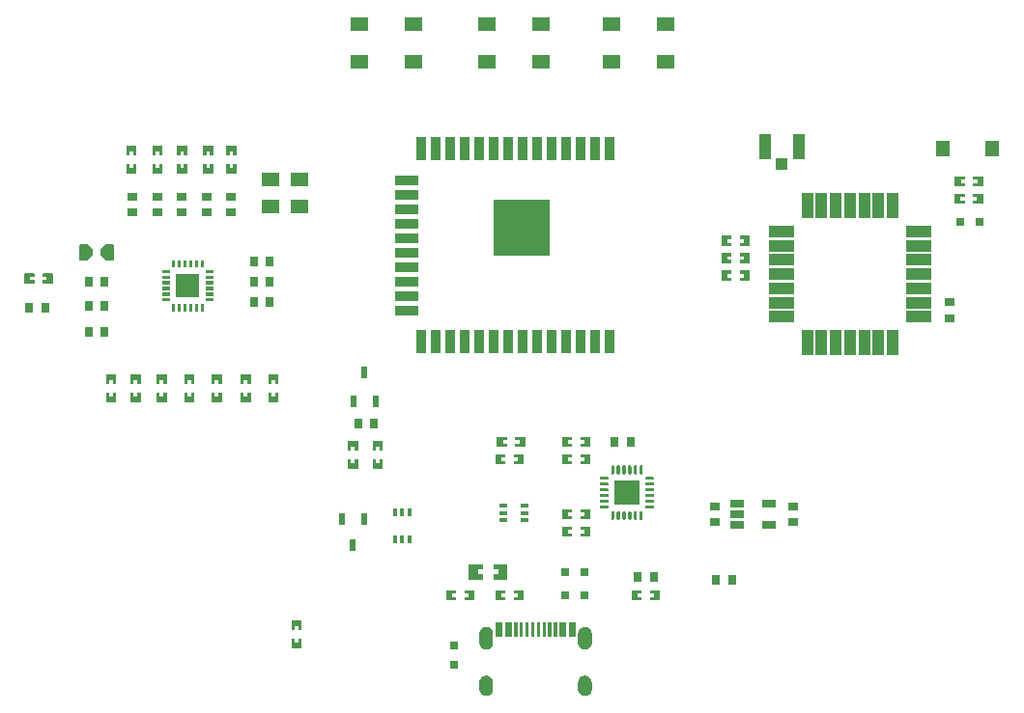
<source format=gtp>
G04 Layer: TopPasteMaskLayer*
G04 EasyEDA v6.5.23, 2023-05-28 22:20:17*
G04 a98212a221284062af17828272900665,7a5a352eff0f4c5696d858f44224924f,10*
G04 Gerber Generator version 0.2*
G04 Scale: 100 percent, Rotated: No, Reflected: No *
G04 Dimensions in millimeters *
G04 leading zeros omitted , absolute positions ,4 integer and 5 decimal *
%FSLAX45Y45*%
%MOMM*%

%AMMACRO1*21,1,$1,$2,0,0,$3*%
%ADD10R,0.8000X0.8000*%
%ADD11MACRO1,1.36X1.23X-90.0000*%
%ADD12R,1.2300X1.3600*%
%ADD13R,0.9000X0.8000*%
%ADD14R,1.0000X1.0500*%
%ADD15R,1.0500X2.2000*%
%ADD16R,2.3000X1.0000*%
%ADD17R,1.0000X2.3000*%
%ADD18R,0.8000X0.9000*%
%ADD19R,1.6000X1.2000*%
%ADD20R,0.5320X1.0450*%
%ADD21R,0.6000X1.0700*%
%ADD22MACRO1,0.6223X1.1049X-90.0000*%
%ADD23R,0.7000X0.4200*%
%ADD24R,0.4000X0.8000*%
%ADD25R,0.9000X2.0000*%
%ADD26R,2.0000X0.9000*%
%ADD27MACRO1,2X0.9X0.0000*%
%ADD28MACRO1,2X0.9X-90.0000*%
%ADD29R,5.0000X5.0000*%
%ADD30R,1.5000X1.2000*%
%ADD31R,0.0146X1.2000*%

%LPD*%
G36*
X9628022Y6039408D02*
G01*
X9622993Y6034379D01*
X9622993Y6011621D01*
X9659975Y6011621D01*
X9659975Y5978601D01*
X9622993Y5978601D01*
X9622993Y5954420D01*
X9628022Y5949391D01*
X9707981Y5949391D01*
X9713010Y5954420D01*
X9713010Y6034379D01*
X9707981Y6039408D01*
G37*
G36*
X9469018Y6039408D02*
G01*
X9463989Y6034379D01*
X9463989Y5954420D01*
X9469018Y5949391D01*
X9548012Y5949391D01*
X9552990Y5954420D01*
X9552990Y5978601D01*
X9514992Y5978601D01*
X9514992Y6011621D01*
X9552990Y6011621D01*
X9552990Y6034379D01*
X9548012Y6039408D01*
G37*
G36*
X6027318Y3118408D02*
G01*
X6022289Y3113379D01*
X6022289Y3033420D01*
X6027318Y3028391D01*
X6107277Y3028391D01*
X6112306Y3033420D01*
X6112306Y3056178D01*
X6075324Y3056178D01*
X6075324Y3089198D01*
X6112306Y3089198D01*
X6112306Y3113379D01*
X6107277Y3118408D01*
G37*
G36*
X6187287Y3118408D02*
G01*
X6182309Y3113379D01*
X6182309Y3089198D01*
X6220307Y3089198D01*
X6220307Y3056178D01*
X6182309Y3056178D01*
X6182309Y3033420D01*
X6187287Y3028391D01*
X6266281Y3028391D01*
X6271310Y3033420D01*
X6271310Y3113379D01*
X6266281Y3118408D01*
G37*
G36*
X6186322Y3270808D02*
G01*
X6181293Y3265779D01*
X6181293Y3243021D01*
X6218275Y3243021D01*
X6218275Y3210001D01*
X6181293Y3210001D01*
X6181293Y3185820D01*
X6186322Y3180791D01*
X6266281Y3180791D01*
X6271310Y3185820D01*
X6271310Y3265779D01*
X6266281Y3270808D01*
G37*
G36*
X6027318Y3270808D02*
G01*
X6022289Y3265779D01*
X6022289Y3185820D01*
X6027318Y3180791D01*
X6106312Y3180791D01*
X6111290Y3185820D01*
X6111290Y3210001D01*
X6073292Y3210001D01*
X6073292Y3243021D01*
X6111290Y3243021D01*
X6111290Y3265779D01*
X6106312Y3270808D01*
G37*
G36*
X9469018Y6191808D02*
G01*
X9463989Y6186779D01*
X9463989Y6106820D01*
X9469018Y6101791D01*
X9548977Y6101791D01*
X9554006Y6106820D01*
X9554006Y6129578D01*
X9517024Y6129578D01*
X9517024Y6162598D01*
X9554006Y6162598D01*
X9554006Y6186779D01*
X9548977Y6191808D01*
G37*
G36*
X9628987Y6191808D02*
G01*
X9624009Y6186779D01*
X9624009Y6162598D01*
X9662007Y6162598D01*
X9662007Y6129578D01*
X9624009Y6129578D01*
X9624009Y6106820D01*
X9628987Y6101791D01*
X9707981Y6101791D01*
X9713010Y6106820D01*
X9713010Y6186779D01*
X9707981Y6191808D01*
G37*
G36*
X7424318Y5366308D02*
G01*
X7419289Y5361279D01*
X7419289Y5281320D01*
X7424318Y5276291D01*
X7504277Y5276291D01*
X7509306Y5281320D01*
X7509306Y5304078D01*
X7472324Y5304078D01*
X7472324Y5337098D01*
X7509306Y5337098D01*
X7509306Y5361279D01*
X7504277Y5366308D01*
G37*
G36*
X7584287Y5366308D02*
G01*
X7579309Y5361279D01*
X7579309Y5337098D01*
X7617307Y5337098D01*
X7617307Y5304078D01*
X7579309Y5304078D01*
X7579309Y5281320D01*
X7584287Y5276291D01*
X7663281Y5276291D01*
X7668310Y5281320D01*
X7668310Y5361279D01*
X7663281Y5366308D01*
G37*
G36*
X7424318Y5671108D02*
G01*
X7419289Y5666079D01*
X7419289Y5586120D01*
X7424318Y5581091D01*
X7504277Y5581091D01*
X7509306Y5586120D01*
X7509306Y5608878D01*
X7472324Y5608878D01*
X7472324Y5641898D01*
X7509306Y5641898D01*
X7509306Y5666079D01*
X7504277Y5671108D01*
G37*
G36*
X7584287Y5671108D02*
G01*
X7579309Y5666079D01*
X7579309Y5641898D01*
X7617307Y5641898D01*
X7617307Y5608878D01*
X7579309Y5608878D01*
X7579309Y5586120D01*
X7584287Y5581091D01*
X7663281Y5581091D01*
X7668310Y5586120D01*
X7668310Y5666079D01*
X7663281Y5671108D01*
G37*
G36*
X7583322Y5518708D02*
G01*
X7578293Y5513679D01*
X7578293Y5490921D01*
X7615275Y5490921D01*
X7615275Y5457901D01*
X7578293Y5457901D01*
X7578293Y5433720D01*
X7583322Y5428691D01*
X7663281Y5428691D01*
X7668310Y5433720D01*
X7668310Y5513679D01*
X7663281Y5518708D01*
G37*
G36*
X7424318Y5518708D02*
G01*
X7419289Y5513679D01*
X7419289Y5433720D01*
X7424318Y5428691D01*
X7503312Y5428691D01*
X7508290Y5433720D01*
X7508290Y5457901D01*
X7470292Y5457901D01*
X7470292Y5490921D01*
X7508290Y5490921D01*
X7508290Y5513679D01*
X7503312Y5518708D01*
G37*
G36*
X5170322Y2559608D02*
G01*
X5165293Y2554579D01*
X5165293Y2531821D01*
X5202275Y2531821D01*
X5202275Y2498801D01*
X5165293Y2498801D01*
X5165293Y2474620D01*
X5170322Y2469591D01*
X5250281Y2469591D01*
X5255310Y2474620D01*
X5255310Y2554579D01*
X5250281Y2559608D01*
G37*
G36*
X5011318Y2559608D02*
G01*
X5006289Y2554579D01*
X5006289Y2474620D01*
X5011318Y2469591D01*
X5090312Y2469591D01*
X5095290Y2474620D01*
X5095290Y2498801D01*
X5057292Y2498801D01*
X5057292Y2531821D01*
X5095290Y2531821D01*
X5095290Y2554579D01*
X5090312Y2559608D01*
G37*
G36*
X2030120Y4455210D02*
G01*
X2025091Y4450181D01*
X2025091Y4370222D01*
X2030120Y4365193D01*
X2052878Y4365193D01*
X2052878Y4402226D01*
X2085898Y4402226D01*
X2085898Y4365193D01*
X2110079Y4365193D01*
X2115108Y4370222D01*
X2115108Y4450181D01*
X2110079Y4455210D01*
G37*
G36*
X2030120Y4295190D02*
G01*
X2025091Y4290212D01*
X2025091Y4211218D01*
X2030120Y4206189D01*
X2110079Y4206189D01*
X2115108Y4211218D01*
X2115108Y4290212D01*
X2110079Y4295190D01*
X2085898Y4295190D01*
X2085898Y4257192D01*
X2052878Y4257192D01*
X2052878Y4295190D01*
G37*
G36*
X3655720Y2137206D02*
G01*
X3650691Y2132177D01*
X3650691Y2052218D01*
X3655720Y2047189D01*
X3735679Y2047189D01*
X3740708Y2052218D01*
X3740708Y2132177D01*
X3735679Y2137206D01*
X3712921Y2137206D01*
X3712921Y2100173D01*
X3679901Y2100173D01*
X3679901Y2137206D01*
G37*
G36*
X3655720Y2296210D02*
G01*
X3650691Y2291181D01*
X3650691Y2212187D01*
X3655720Y2207209D01*
X3679901Y2207209D01*
X3679901Y2245207D01*
X3712921Y2245207D01*
X3712921Y2207209D01*
X3735679Y2207209D01*
X3740708Y2212187D01*
X3740708Y2291181D01*
X3735679Y2296210D01*
G37*
G36*
X6027318Y3753408D02*
G01*
X6022289Y3748379D01*
X6022289Y3668420D01*
X6027318Y3663391D01*
X6107277Y3663391D01*
X6112306Y3668420D01*
X6112306Y3691178D01*
X6075324Y3691178D01*
X6075324Y3724198D01*
X6112306Y3724198D01*
X6112306Y3748379D01*
X6107277Y3753408D01*
G37*
G36*
X6187287Y3753408D02*
G01*
X6182309Y3748379D01*
X6182309Y3724198D01*
X6220307Y3724198D01*
X6220307Y3691178D01*
X6182309Y3691178D01*
X6182309Y3668420D01*
X6187287Y3663391D01*
X6266281Y3663391D01*
X6271310Y3668420D01*
X6271310Y3748379D01*
X6266281Y3753408D01*
G37*
G36*
X6027318Y3905808D02*
G01*
X6022289Y3900779D01*
X6022289Y3820820D01*
X6027318Y3815791D01*
X6107277Y3815791D01*
X6112306Y3820820D01*
X6112306Y3843578D01*
X6075324Y3843578D01*
X6075324Y3876598D01*
X6112306Y3876598D01*
X6112306Y3900779D01*
X6107277Y3905808D01*
G37*
G36*
X6187287Y3905808D02*
G01*
X6182309Y3900779D01*
X6182309Y3876598D01*
X6220307Y3876598D01*
X6220307Y3843578D01*
X6182309Y3843578D01*
X6182309Y3820820D01*
X6187287Y3815791D01*
X6266281Y3815791D01*
X6271310Y3820820D01*
X6271310Y3900779D01*
X6266281Y3905808D01*
G37*
G36*
X5443118Y3753408D02*
G01*
X5438089Y3748379D01*
X5438089Y3668420D01*
X5443118Y3663391D01*
X5523077Y3663391D01*
X5528106Y3668420D01*
X5528106Y3691178D01*
X5491124Y3691178D01*
X5491124Y3724198D01*
X5528106Y3724198D01*
X5528106Y3748379D01*
X5523077Y3753408D01*
G37*
G36*
X5603087Y3753408D02*
G01*
X5598109Y3748379D01*
X5598109Y3724198D01*
X5636107Y3724198D01*
X5636107Y3691178D01*
X5598109Y3691178D01*
X5598109Y3668420D01*
X5603087Y3663391D01*
X5682081Y3663391D01*
X5687110Y3668420D01*
X5687110Y3748379D01*
X5682081Y3753408D01*
G37*
G36*
X5455818Y3905808D02*
G01*
X5450789Y3900779D01*
X5450789Y3820820D01*
X5455818Y3815791D01*
X5535777Y3815791D01*
X5540806Y3820820D01*
X5540806Y3843578D01*
X5503824Y3843578D01*
X5503824Y3876598D01*
X5540806Y3876598D01*
X5540806Y3900779D01*
X5535777Y3905808D01*
G37*
G36*
X5615787Y3905808D02*
G01*
X5610809Y3900779D01*
X5610809Y3876598D01*
X5648807Y3876598D01*
X5648807Y3843578D01*
X5610809Y3843578D01*
X5610809Y3820820D01*
X5615787Y3815791D01*
X5694781Y3815791D01*
X5699810Y3820820D01*
X5699810Y3900779D01*
X5694781Y3905808D01*
G37*
G36*
X4151020Y3871010D02*
G01*
X4145991Y3865981D01*
X4145991Y3786022D01*
X4151020Y3780993D01*
X4173778Y3780993D01*
X4173778Y3818026D01*
X4206798Y3818026D01*
X4206798Y3780993D01*
X4230979Y3780993D01*
X4236008Y3786022D01*
X4236008Y3865981D01*
X4230979Y3871010D01*
G37*
G36*
X4151020Y3710990D02*
G01*
X4145991Y3706012D01*
X4145991Y3627018D01*
X4151020Y3621989D01*
X4230979Y3621989D01*
X4236008Y3627018D01*
X4236008Y3706012D01*
X4230979Y3710990D01*
X4206798Y3710990D01*
X4206798Y3672992D01*
X4173778Y3672992D01*
X4173778Y3710990D01*
G37*
G36*
X4366920Y3871010D02*
G01*
X4361891Y3865981D01*
X4361891Y3786022D01*
X4366920Y3780993D01*
X4389678Y3780993D01*
X4389678Y3818026D01*
X4422698Y3818026D01*
X4422698Y3780993D01*
X4446879Y3780993D01*
X4451908Y3786022D01*
X4451908Y3865981D01*
X4446879Y3871010D01*
G37*
G36*
X4366920Y3710990D02*
G01*
X4361891Y3706012D01*
X4361891Y3627018D01*
X4366920Y3621989D01*
X4446879Y3621989D01*
X4451908Y3627018D01*
X4451908Y3706012D01*
X4446879Y3710990D01*
X4422698Y3710990D01*
X4422698Y3672992D01*
X4389678Y3672992D01*
X4389678Y3710990D01*
G37*
G36*
X3452520Y4296206D02*
G01*
X3447491Y4291177D01*
X3447491Y4211218D01*
X3452520Y4206189D01*
X3532479Y4206189D01*
X3537508Y4211218D01*
X3537508Y4291177D01*
X3532479Y4296206D01*
X3509721Y4296206D01*
X3509721Y4259173D01*
X3476701Y4259173D01*
X3476701Y4296206D01*
G37*
G36*
X3452520Y4455210D02*
G01*
X3447491Y4450181D01*
X3447491Y4371187D01*
X3452520Y4366209D01*
X3476701Y4366209D01*
X3476701Y4404207D01*
X3509721Y4404207D01*
X3509721Y4366209D01*
X3532479Y4366209D01*
X3537508Y4371187D01*
X3537508Y4450181D01*
X3532479Y4455210D01*
G37*
G36*
X3084220Y6302806D02*
G01*
X3079191Y6297777D01*
X3079191Y6217818D01*
X3084220Y6212789D01*
X3164179Y6212789D01*
X3169208Y6217818D01*
X3169208Y6297777D01*
X3164179Y6302806D01*
X3141421Y6302806D01*
X3141421Y6265773D01*
X3108401Y6265773D01*
X3108401Y6302806D01*
G37*
G36*
X3084220Y6461810D02*
G01*
X3079191Y6456781D01*
X3079191Y6377787D01*
X3084220Y6372809D01*
X3108401Y6372809D01*
X3108401Y6410807D01*
X3141421Y6410807D01*
X3141421Y6372809D01*
X3164179Y6372809D01*
X3169208Y6377787D01*
X3169208Y6456781D01*
X3164179Y6461810D01*
G37*
G36*
X2881020Y6302806D02*
G01*
X2875991Y6297777D01*
X2875991Y6217818D01*
X2881020Y6212789D01*
X2960979Y6212789D01*
X2966008Y6217818D01*
X2966008Y6297777D01*
X2960979Y6302806D01*
X2938221Y6302806D01*
X2938221Y6265773D01*
X2905201Y6265773D01*
X2905201Y6302806D01*
G37*
G36*
X2881020Y6461810D02*
G01*
X2875991Y6456781D01*
X2875991Y6377787D01*
X2881020Y6372809D01*
X2905201Y6372809D01*
X2905201Y6410807D01*
X2938221Y6410807D01*
X2938221Y6372809D01*
X2960979Y6372809D01*
X2966008Y6377787D01*
X2966008Y6456781D01*
X2960979Y6461810D01*
G37*
G36*
X2652420Y6302806D02*
G01*
X2647391Y6297777D01*
X2647391Y6217818D01*
X2652420Y6212789D01*
X2732379Y6212789D01*
X2737408Y6217818D01*
X2737408Y6297777D01*
X2732379Y6302806D01*
X2709621Y6302806D01*
X2709621Y6265773D01*
X2676601Y6265773D01*
X2676601Y6302806D01*
G37*
G36*
X2652420Y6461810D02*
G01*
X2647391Y6456781D01*
X2647391Y6377787D01*
X2652420Y6372809D01*
X2676601Y6372809D01*
X2676601Y6410807D01*
X2709621Y6410807D01*
X2709621Y6372809D01*
X2732379Y6372809D01*
X2737408Y6377787D01*
X2737408Y6456781D01*
X2732379Y6461810D01*
G37*
G36*
X2207920Y6302806D02*
G01*
X2202891Y6297777D01*
X2202891Y6217818D01*
X2207920Y6212789D01*
X2287879Y6212789D01*
X2292908Y6217818D01*
X2292908Y6297777D01*
X2287879Y6302806D01*
X2265121Y6302806D01*
X2265121Y6265773D01*
X2232101Y6265773D01*
X2232101Y6302806D01*
G37*
G36*
X2207920Y6461810D02*
G01*
X2202891Y6456781D01*
X2202891Y6377787D01*
X2207920Y6372809D01*
X2232101Y6372809D01*
X2232101Y6410807D01*
X2265121Y6410807D01*
X2265121Y6372809D01*
X2287879Y6372809D01*
X2292908Y6377787D01*
X2292908Y6456781D01*
X2287879Y6461810D01*
G37*
G36*
X2436520Y6302806D02*
G01*
X2431491Y6297777D01*
X2431491Y6217818D01*
X2436520Y6212789D01*
X2516479Y6212789D01*
X2521508Y6217818D01*
X2521508Y6297777D01*
X2516479Y6302806D01*
X2493721Y6302806D01*
X2493721Y6265773D01*
X2460701Y6265773D01*
X2460701Y6302806D01*
G37*
G36*
X2436520Y6461810D02*
G01*
X2431491Y6456781D01*
X2431491Y6377787D01*
X2436520Y6372809D01*
X2460701Y6372809D01*
X2460701Y6410807D01*
X2493721Y6410807D01*
X2493721Y6372809D01*
X2516479Y6372809D01*
X2521508Y6377787D01*
X2521508Y6456781D01*
X2516479Y6461810D01*
G37*
G36*
X1474622Y5340908D02*
G01*
X1469593Y5335879D01*
X1469593Y5313121D01*
X1506626Y5313121D01*
X1506626Y5280101D01*
X1469593Y5280101D01*
X1469593Y5255920D01*
X1474622Y5250891D01*
X1554581Y5250891D01*
X1559610Y5255920D01*
X1559610Y5335879D01*
X1554581Y5340908D01*
G37*
G36*
X1315618Y5340908D02*
G01*
X1310589Y5335879D01*
X1310589Y5255920D01*
X1315618Y5250891D01*
X1394612Y5250891D01*
X1399590Y5255920D01*
X1399590Y5280101D01*
X1361592Y5280101D01*
X1361592Y5313121D01*
X1399590Y5313121D01*
X1399590Y5335879D01*
X1394612Y5340908D01*
G37*
G36*
X2715920Y4455210D02*
G01*
X2710891Y4450181D01*
X2710891Y4370222D01*
X2715920Y4365193D01*
X2738678Y4365193D01*
X2738678Y4402226D01*
X2771698Y4402226D01*
X2771698Y4365193D01*
X2795879Y4365193D01*
X2800908Y4370222D01*
X2800908Y4450181D01*
X2795879Y4455210D01*
G37*
G36*
X2715920Y4295190D02*
G01*
X2710891Y4290212D01*
X2710891Y4211218D01*
X2715920Y4206189D01*
X2795879Y4206189D01*
X2800908Y4211218D01*
X2800908Y4290212D01*
X2795879Y4295190D01*
X2771698Y4295190D01*
X2771698Y4257192D01*
X2738678Y4257192D01*
X2738678Y4295190D01*
G37*
G36*
X2957220Y4455210D02*
G01*
X2952191Y4450181D01*
X2952191Y4370222D01*
X2957220Y4365193D01*
X2979978Y4365193D01*
X2979978Y4402226D01*
X3012998Y4402226D01*
X3012998Y4365193D01*
X3037179Y4365193D01*
X3042208Y4370222D01*
X3042208Y4450181D01*
X3037179Y4455210D01*
G37*
G36*
X2957220Y4295190D02*
G01*
X2952191Y4290212D01*
X2952191Y4211218D01*
X2957220Y4206189D01*
X3037179Y4206189D01*
X3042208Y4211218D01*
X3042208Y4290212D01*
X3037179Y4295190D01*
X3012998Y4295190D01*
X3012998Y4257192D01*
X2979978Y4257192D01*
X2979978Y4295190D01*
G37*
G36*
X2246020Y4455210D02*
G01*
X2240991Y4450181D01*
X2240991Y4370222D01*
X2246020Y4365193D01*
X2268778Y4365193D01*
X2268778Y4402226D01*
X2301798Y4402226D01*
X2301798Y4365193D01*
X2325979Y4365193D01*
X2331008Y4370222D01*
X2331008Y4450181D01*
X2325979Y4455210D01*
G37*
G36*
X2246020Y4295190D02*
G01*
X2240991Y4290212D01*
X2240991Y4211218D01*
X2246020Y4206189D01*
X2325979Y4206189D01*
X2331008Y4211218D01*
X2331008Y4290212D01*
X2325979Y4295190D01*
X2301798Y4295190D01*
X2301798Y4257192D01*
X2268778Y4257192D01*
X2268778Y4295190D01*
G37*
G36*
X5443118Y2559608D02*
G01*
X5438089Y2554579D01*
X5438089Y2474620D01*
X5443118Y2469591D01*
X5523077Y2469591D01*
X5528106Y2474620D01*
X5528106Y2497378D01*
X5491124Y2497378D01*
X5491124Y2530398D01*
X5528106Y2530398D01*
X5528106Y2554579D01*
X5523077Y2559608D01*
G37*
G36*
X5603087Y2559608D02*
G01*
X5598109Y2554579D01*
X5598109Y2530398D01*
X5636107Y2530398D01*
X5636107Y2497378D01*
X5598109Y2497378D01*
X5598109Y2474620D01*
X5603087Y2469591D01*
X5682081Y2469591D01*
X5687110Y2474620D01*
X5687110Y2554579D01*
X5682081Y2559608D01*
G37*
G36*
X6636918Y2559608D02*
G01*
X6631889Y2554579D01*
X6631889Y2474620D01*
X6636918Y2469591D01*
X6716877Y2469591D01*
X6721906Y2474620D01*
X6721906Y2497378D01*
X6684924Y2497378D01*
X6684924Y2530398D01*
X6721906Y2530398D01*
X6721906Y2554579D01*
X6716877Y2559608D01*
G37*
G36*
X6796887Y2559608D02*
G01*
X6791909Y2554579D01*
X6791909Y2530398D01*
X6829907Y2530398D01*
X6829907Y2497378D01*
X6791909Y2497378D01*
X6791909Y2474620D01*
X6796887Y2469591D01*
X6875881Y2469591D01*
X6880910Y2474620D01*
X6880910Y2554579D01*
X6875881Y2559608D01*
G37*
G36*
X2474620Y4455210D02*
G01*
X2469591Y4450181D01*
X2469591Y4370222D01*
X2474620Y4365193D01*
X2497378Y4365193D01*
X2497378Y4402226D01*
X2530398Y4402226D01*
X2530398Y4365193D01*
X2554579Y4365193D01*
X2559608Y4370222D01*
X2559608Y4450181D01*
X2554579Y4455210D01*
G37*
G36*
X2474620Y4295190D02*
G01*
X2469591Y4290212D01*
X2469591Y4211218D01*
X2474620Y4206189D01*
X2554579Y4206189D01*
X2559608Y4211218D01*
X2559608Y4290212D01*
X2554579Y4295190D01*
X2530398Y4295190D01*
X2530398Y4257192D01*
X2497378Y4257192D01*
X2497378Y4295190D01*
G37*
G36*
X3211220Y4455210D02*
G01*
X3206191Y4450181D01*
X3206191Y4370222D01*
X3211220Y4365193D01*
X3233978Y4365193D01*
X3233978Y4402226D01*
X3266998Y4402226D01*
X3266998Y4365193D01*
X3291179Y4365193D01*
X3296208Y4370222D01*
X3296208Y4450181D01*
X3291179Y4455210D01*
G37*
G36*
X3211220Y4295190D02*
G01*
X3206191Y4290212D01*
X3206191Y4211218D01*
X3211220Y4206189D01*
X3291179Y4206189D01*
X3296208Y4211218D01*
X3296208Y4290212D01*
X3291179Y4295190D01*
X3266998Y4295190D01*
X3266998Y4257192D01*
X3233978Y4257192D01*
X3233978Y4295190D01*
G37*
G36*
X6081166Y2280970D02*
G01*
X6081166Y2150973D01*
X6141161Y2150973D01*
X6141161Y2280970D01*
G37*
G36*
X5701182Y2280970D02*
G01*
X5701182Y2150973D01*
X5731154Y2150973D01*
X5731154Y2280970D01*
G37*
G36*
X5441188Y2280970D02*
G01*
X5441188Y2150973D01*
X5501182Y2150973D01*
X5501182Y2280970D01*
G37*
G36*
X5801156Y2280970D02*
G01*
X5801156Y2150973D01*
X5831179Y2150973D01*
X5831179Y2280970D01*
G37*
G36*
X5951169Y2280970D02*
G01*
X5951169Y2150973D01*
X5981192Y2150973D01*
X5981192Y2280970D01*
G37*
G36*
X5651195Y2280970D02*
G01*
X5651195Y2150973D01*
X5681167Y2150973D01*
X5681167Y2280970D01*
G37*
G36*
X5901131Y2280970D02*
G01*
X5901131Y2150973D01*
X5931154Y2150973D01*
X5931154Y2280970D01*
G37*
G36*
X5851194Y2280970D02*
G01*
X5851194Y2150973D01*
X5881166Y2150973D01*
X5881166Y2280970D01*
G37*
G36*
X5601157Y2280970D02*
G01*
X5601157Y2150973D01*
X5631180Y2150973D01*
X5631180Y2280970D01*
G37*
G36*
X5751169Y2280970D02*
G01*
X5751169Y2150973D01*
X5781192Y2150973D01*
X5781192Y2280970D01*
G37*
G36*
X5521198Y2280970D02*
G01*
X5521198Y2150973D01*
X5581192Y2150973D01*
X5581192Y2280970D01*
G37*
G36*
X5357164Y2239111D02*
G01*
X5351221Y2238654D01*
X5345328Y2237638D01*
X5339537Y2236012D01*
X5334000Y2233828D01*
X5328666Y2231085D01*
X5323636Y2227834D01*
X5318963Y2224125D01*
X5314696Y2219960D01*
X5310835Y2215388D01*
X5307482Y2210409D01*
X5304586Y2205177D01*
X5302300Y2199640D01*
X5300522Y2193950D01*
X5299354Y2188057D01*
X5298744Y2182114D01*
X5298643Y2099157D01*
X5298948Y2093163D01*
X5299862Y2087270D01*
X5301335Y2081428D01*
X5303367Y2075840D01*
X5305958Y2070455D01*
X5309108Y2065324D01*
X5312714Y2060549D01*
X5316778Y2056180D01*
X5321249Y2052218D01*
X5326126Y2048713D01*
X5331307Y2045766D01*
X5336743Y2043277D01*
X5342432Y2041398D01*
X5348224Y2040026D01*
X5354167Y2039315D01*
X5360162Y2039162D01*
X5366105Y2039620D01*
X5371998Y2040636D01*
X5377789Y2042261D01*
X5383326Y2044446D01*
X5388660Y2047189D01*
X5393690Y2050440D01*
X5398363Y2054148D01*
X5402630Y2058314D01*
X5406491Y2062886D01*
X5409844Y2067864D01*
X5412740Y2073097D01*
X5415026Y2078634D01*
X5416804Y2084324D01*
X5417972Y2090216D01*
X5418582Y2096160D01*
X5418683Y2179116D01*
X5418378Y2185111D01*
X5417464Y2191004D01*
X5415991Y2196846D01*
X5413959Y2202434D01*
X5411368Y2207818D01*
X5408218Y2212949D01*
X5404612Y2217724D01*
X5400548Y2222093D01*
X5396077Y2226056D01*
X5391200Y2229561D01*
X5386019Y2232507D01*
X5380583Y2234996D01*
X5374894Y2236876D01*
X5369102Y2238248D01*
X5363159Y2238959D01*
G37*
G36*
X6222187Y2239111D02*
G01*
X6216243Y2238654D01*
X6210350Y2237638D01*
X6204559Y2236012D01*
X6199022Y2233828D01*
X6193688Y2231085D01*
X6188659Y2227834D01*
X6183985Y2224125D01*
X6179718Y2219960D01*
X6175857Y2215388D01*
X6172504Y2210409D01*
X6169609Y2205177D01*
X6167323Y2199640D01*
X6165545Y2193950D01*
X6164376Y2188057D01*
X6163767Y2182114D01*
X6163665Y2099157D01*
X6163970Y2093163D01*
X6164884Y2087270D01*
X6166358Y2081428D01*
X6168390Y2075840D01*
X6170980Y2070455D01*
X6174130Y2065324D01*
X6177737Y2060549D01*
X6181801Y2056180D01*
X6186271Y2052218D01*
X6191148Y2048713D01*
X6196330Y2045766D01*
X6201765Y2043277D01*
X6207455Y2041398D01*
X6213246Y2040026D01*
X6219190Y2039315D01*
X6225184Y2039162D01*
X6231128Y2039620D01*
X6237020Y2040636D01*
X6242812Y2042261D01*
X6248349Y2044446D01*
X6253683Y2047189D01*
X6258712Y2050440D01*
X6263386Y2054148D01*
X6267653Y2058314D01*
X6271514Y2062886D01*
X6274866Y2067864D01*
X6277762Y2073097D01*
X6280048Y2078634D01*
X6281826Y2084324D01*
X6282994Y2090216D01*
X6283604Y2096160D01*
X6283706Y2179116D01*
X6283401Y2185111D01*
X6282486Y2191004D01*
X6281013Y2196846D01*
X6278981Y2202434D01*
X6276390Y2207818D01*
X6273241Y2212949D01*
X6269634Y2217724D01*
X6265570Y2222093D01*
X6261100Y2226056D01*
X6256223Y2229561D01*
X6251041Y2232507D01*
X6245606Y2234996D01*
X6239916Y2236876D01*
X6234125Y2238248D01*
X6228181Y2238959D01*
G37*
G36*
X5357164Y1811121D02*
G01*
X5351221Y1810664D01*
X5345328Y1809648D01*
X5339537Y1808022D01*
X5334000Y1805838D01*
X5328666Y1803095D01*
X5323636Y1799843D01*
X5318963Y1796135D01*
X5314696Y1791970D01*
X5310835Y1787398D01*
X5307482Y1782419D01*
X5304586Y1777187D01*
X5302300Y1771650D01*
X5300522Y1765960D01*
X5299354Y1760067D01*
X5298744Y1754124D01*
X5298643Y1691132D01*
X5298948Y1685188D01*
X5299862Y1679244D01*
X5301335Y1673453D01*
X5303367Y1667865D01*
X5305958Y1662430D01*
X5309108Y1657350D01*
X5312714Y1652574D01*
X5316778Y1648206D01*
X5321249Y1644243D01*
X5326126Y1640738D01*
X5331307Y1637741D01*
X5336743Y1635302D01*
X5342432Y1633372D01*
X5348224Y1632051D01*
X5354167Y1631289D01*
X5360162Y1631188D01*
X5366105Y1631594D01*
X5371998Y1632661D01*
X5377789Y1634286D01*
X5383326Y1636471D01*
X5388660Y1639163D01*
X5393690Y1642414D01*
X5398363Y1646174D01*
X5402630Y1650339D01*
X5406491Y1654911D01*
X5409844Y1659839D01*
X5412740Y1665122D01*
X5415026Y1670608D01*
X5416804Y1676349D01*
X5417972Y1682191D01*
X5418582Y1688134D01*
X5418683Y1751126D01*
X5418378Y1757121D01*
X5417464Y1763014D01*
X5415991Y1768856D01*
X5413959Y1774443D01*
X5411368Y1779828D01*
X5408218Y1784959D01*
X5404612Y1789734D01*
X5400548Y1794103D01*
X5396077Y1798066D01*
X5391200Y1801571D01*
X5386019Y1804517D01*
X5380583Y1807006D01*
X5374894Y1808886D01*
X5369102Y1810257D01*
X5363159Y1810969D01*
G37*
G36*
X6222187Y1811121D02*
G01*
X6216243Y1810664D01*
X6210350Y1809648D01*
X6204559Y1808022D01*
X6199022Y1805838D01*
X6193688Y1803095D01*
X6188659Y1799843D01*
X6183985Y1796135D01*
X6179718Y1791970D01*
X6175857Y1787398D01*
X6172504Y1782419D01*
X6169609Y1777187D01*
X6167323Y1771650D01*
X6165545Y1765960D01*
X6164376Y1760067D01*
X6163767Y1754124D01*
X6163665Y1691132D01*
X6163970Y1685188D01*
X6164884Y1679244D01*
X6166358Y1673453D01*
X6168390Y1667865D01*
X6170980Y1662430D01*
X6174130Y1657350D01*
X6177737Y1652574D01*
X6181801Y1648206D01*
X6186271Y1644243D01*
X6191148Y1640738D01*
X6196330Y1637741D01*
X6201765Y1635302D01*
X6207455Y1633372D01*
X6213246Y1632051D01*
X6219190Y1631289D01*
X6225184Y1631188D01*
X6231128Y1631594D01*
X6237020Y1632661D01*
X6242812Y1634286D01*
X6248349Y1636471D01*
X6253683Y1639163D01*
X6258712Y1642414D01*
X6263386Y1646174D01*
X6267653Y1650339D01*
X6271514Y1654911D01*
X6274866Y1659839D01*
X6277762Y1665122D01*
X6280048Y1670608D01*
X6281826Y1676349D01*
X6282994Y1682191D01*
X6283604Y1688134D01*
X6283706Y1751126D01*
X6283401Y1757121D01*
X6282486Y1763014D01*
X6281013Y1768856D01*
X6278981Y1774443D01*
X6276390Y1779828D01*
X6273241Y1784959D01*
X6269634Y1789734D01*
X6265570Y1794103D01*
X6261100Y1798066D01*
X6256223Y1801571D01*
X6251041Y1804517D01*
X6245606Y1807006D01*
X6239916Y1808886D01*
X6234125Y1810257D01*
X6228181Y1810969D01*
G37*
G36*
X6001207Y2280970D02*
G01*
X6001207Y2150973D01*
X6061202Y2150973D01*
X6061202Y2280970D01*
G37*
G36*
X2017623Y5593334D02*
G01*
X1979117Y5546547D01*
X1979117Y5502452D01*
X2017623Y5455666D01*
X2086356Y5455666D01*
X2096363Y5465673D01*
X2096363Y5583326D01*
X2086356Y5593334D01*
G37*
G36*
X1799843Y5593334D02*
G01*
X1789836Y5583326D01*
X1789836Y5465673D01*
X1799843Y5455666D01*
X1868576Y5455666D01*
X1907082Y5502452D01*
X1907082Y5546547D01*
X1868576Y5593334D01*
G37*
G36*
X2854198Y5074920D02*
G01*
X2854198Y5008422D01*
X2882188Y5008422D01*
X2882188Y5074920D01*
G37*
G36*
X2804210Y5074920D02*
G01*
X2804210Y5008422D01*
X2832201Y5008422D01*
X2832201Y5074920D01*
G37*
G36*
X2754223Y5074920D02*
G01*
X2754223Y5008422D01*
X2782214Y5008422D01*
X2782214Y5074920D01*
G37*
G36*
X2704185Y5074920D02*
G01*
X2704185Y5008422D01*
X2732176Y5008422D01*
X2732176Y5074920D01*
G37*
G36*
X2654198Y5074920D02*
G01*
X2654198Y5008422D01*
X2682189Y5008422D01*
X2682189Y5074920D01*
G37*
G36*
X2604211Y5074920D02*
G01*
X2604211Y5008422D01*
X2632202Y5008422D01*
X2632202Y5074920D01*
G37*
G36*
X2519222Y5121402D02*
G01*
X2519222Y5093411D01*
X2585720Y5093411D01*
X2585720Y5121402D01*
G37*
G36*
X2519222Y5171389D02*
G01*
X2519222Y5143398D01*
X2585720Y5143398D01*
X2585720Y5171389D01*
G37*
G36*
X2519222Y5221376D02*
G01*
X2519222Y5193385D01*
X2585720Y5193385D01*
X2585720Y5221376D01*
G37*
G36*
X2519222Y5271414D02*
G01*
X2519222Y5243423D01*
X2585720Y5243423D01*
X2585720Y5271414D01*
G37*
G36*
X2519222Y5321401D02*
G01*
X2519222Y5293410D01*
X2585720Y5293410D01*
X2585720Y5321401D01*
G37*
G36*
X2519222Y5371388D02*
G01*
X2519222Y5343398D01*
X2585720Y5343398D01*
X2585720Y5371388D01*
G37*
G36*
X2604211Y5456377D02*
G01*
X2604211Y5389880D01*
X2632202Y5389880D01*
X2632202Y5456377D01*
G37*
G36*
X2654198Y5456377D02*
G01*
X2654198Y5389880D01*
X2682189Y5389880D01*
X2682189Y5456377D01*
G37*
G36*
X2704185Y5456377D02*
G01*
X2704185Y5389880D01*
X2732176Y5389880D01*
X2732176Y5456377D01*
G37*
G36*
X2754223Y5456377D02*
G01*
X2754223Y5389880D01*
X2782214Y5389880D01*
X2782214Y5456377D01*
G37*
G36*
X2804210Y5456377D02*
G01*
X2804210Y5389880D01*
X2832201Y5389880D01*
X2832201Y5456377D01*
G37*
G36*
X2854198Y5456377D02*
G01*
X2854198Y5389880D01*
X2882188Y5389880D01*
X2882188Y5456377D01*
G37*
G36*
X2900680Y5371388D02*
G01*
X2900680Y5343398D01*
X2967177Y5343398D01*
X2967177Y5371388D01*
G37*
G36*
X2900680Y5321401D02*
G01*
X2900680Y5293410D01*
X2967177Y5293410D01*
X2967177Y5321401D01*
G37*
G36*
X2900680Y5271414D02*
G01*
X2900680Y5243423D01*
X2967177Y5243423D01*
X2967177Y5271414D01*
G37*
G36*
X2900680Y5221376D02*
G01*
X2900680Y5193385D01*
X2967177Y5193385D01*
X2967177Y5221376D01*
G37*
G36*
X2900680Y5171389D02*
G01*
X2900680Y5143398D01*
X2967177Y5143398D01*
X2967177Y5171389D01*
G37*
G36*
X2900680Y5121402D02*
G01*
X2900680Y5093411D01*
X2967177Y5093411D01*
X2967177Y5121402D01*
G37*
G36*
X2641193Y5334406D02*
G01*
X2641193Y5130393D01*
X2845206Y5130393D01*
X2845206Y5334406D01*
G37*
G36*
X6365290Y3305301D02*
G01*
X6361938Y3304895D01*
X6358788Y3303727D01*
X6355994Y3301796D01*
X6353759Y3299256D01*
X6352235Y3296259D01*
X6351422Y3293008D01*
X6351422Y3289604D01*
X6352235Y3286353D01*
X6353759Y3283356D01*
X6355994Y3280816D01*
X6358788Y3278886D01*
X6361938Y3277717D01*
X6365290Y3277311D01*
X6418986Y3277412D01*
X6422288Y3278225D01*
X6423812Y3278886D01*
X6426606Y3280816D01*
X6428841Y3283356D01*
X6430365Y3286353D01*
X6431178Y3289604D01*
X6431178Y3293008D01*
X6430365Y3296259D01*
X6428841Y3299256D01*
X6426606Y3301796D01*
X6423812Y3303727D01*
X6420662Y3304895D01*
X6417310Y3305301D01*
G37*
G36*
X6365290Y3355289D02*
G01*
X6361938Y3354882D01*
X6358788Y3353714D01*
X6355994Y3351784D01*
X6353759Y3349244D01*
X6352235Y3346246D01*
X6351422Y3342995D01*
X6351422Y3339592D01*
X6352235Y3336340D01*
X6353759Y3333343D01*
X6355994Y3330803D01*
X6358788Y3328873D01*
X6361938Y3327704D01*
X6365290Y3327298D01*
X6418986Y3327400D01*
X6422288Y3328212D01*
X6423812Y3328873D01*
X6426606Y3330803D01*
X6428841Y3333343D01*
X6430365Y3336340D01*
X6431178Y3339592D01*
X6431178Y3342995D01*
X6430365Y3346246D01*
X6428841Y3349244D01*
X6426606Y3351784D01*
X6423812Y3353714D01*
X6420662Y3354882D01*
X6417310Y3355289D01*
G37*
G36*
X6365290Y3405327D02*
G01*
X6361938Y3404920D01*
X6358788Y3403701D01*
X6355994Y3401771D01*
X6353759Y3399282D01*
X6352235Y3396284D01*
X6351422Y3392982D01*
X6351422Y3389629D01*
X6352235Y3386328D01*
X6353759Y3383330D01*
X6355994Y3380841D01*
X6358788Y3378911D01*
X6361938Y3377692D01*
X6365290Y3377285D01*
X6418986Y3377387D01*
X6422288Y3378200D01*
X6425234Y3379774D01*
X6427774Y3382010D01*
X6429705Y3384804D01*
X6430873Y3387953D01*
X6431280Y3391306D01*
X6430873Y3394659D01*
X6429705Y3397808D01*
X6427774Y3400602D01*
X6425234Y3402837D01*
X6422288Y3404412D01*
X6418986Y3405225D01*
G37*
G36*
X6365290Y3455314D02*
G01*
X6361938Y3454908D01*
X6358788Y3453688D01*
X6355994Y3451758D01*
X6353759Y3449269D01*
X6352235Y3446272D01*
X6351422Y3442970D01*
X6351422Y3439617D01*
X6352235Y3436315D01*
X6353759Y3433318D01*
X6355994Y3430828D01*
X6358788Y3428898D01*
X6361938Y3427679D01*
X6365290Y3427272D01*
X6418986Y3427374D01*
X6422288Y3428187D01*
X6425234Y3429762D01*
X6427774Y3431997D01*
X6429705Y3434791D01*
X6430873Y3437940D01*
X6431280Y3441293D01*
X6430873Y3444646D01*
X6429705Y3447796D01*
X6427774Y3450590D01*
X6425234Y3452825D01*
X6422288Y3454400D01*
X6418986Y3455212D01*
G37*
G36*
X6365290Y3505301D02*
G01*
X6361938Y3504895D01*
X6358788Y3503726D01*
X6355994Y3501796D01*
X6353759Y3499256D01*
X6352235Y3496259D01*
X6351422Y3493008D01*
X6351422Y3489604D01*
X6352235Y3486353D01*
X6353759Y3483356D01*
X6355994Y3480815D01*
X6358788Y3478885D01*
X6361938Y3477717D01*
X6365290Y3477310D01*
X6418986Y3477412D01*
X6422288Y3478225D01*
X6423812Y3478885D01*
X6426606Y3480815D01*
X6428841Y3483356D01*
X6430365Y3486353D01*
X6431178Y3489604D01*
X6431178Y3493008D01*
X6430365Y3496259D01*
X6428841Y3499256D01*
X6426606Y3501796D01*
X6423812Y3503726D01*
X6420662Y3504895D01*
X6417310Y3505301D01*
G37*
G36*
X6365290Y3555288D02*
G01*
X6361938Y3554882D01*
X6358788Y3553714D01*
X6355994Y3551783D01*
X6353759Y3549243D01*
X6352235Y3546246D01*
X6351422Y3542995D01*
X6351422Y3539591D01*
X6352235Y3536340D01*
X6353759Y3533343D01*
X6355994Y3530803D01*
X6358788Y3528872D01*
X6361938Y3527704D01*
X6365290Y3527298D01*
X6418986Y3527399D01*
X6422288Y3528212D01*
X6423812Y3528872D01*
X6426606Y3530803D01*
X6428841Y3533343D01*
X6430365Y3536340D01*
X6431178Y3539591D01*
X6431178Y3542995D01*
X6430365Y3546246D01*
X6428841Y3549243D01*
X6426606Y3551783D01*
X6423812Y3553714D01*
X6420662Y3554882D01*
X6417310Y3555288D01*
G37*
G36*
X6467094Y3656279D02*
G01*
X6463741Y3655872D01*
X6460591Y3654704D01*
X6457797Y3652774D01*
X6455562Y3650234D01*
X6453987Y3647287D01*
X6453174Y3643985D01*
X6453073Y3590290D01*
X6453479Y3586937D01*
X6454698Y3583787D01*
X6456629Y3580993D01*
X6459118Y3578758D01*
X6462115Y3577234D01*
X6465417Y3576421D01*
X6468770Y3576421D01*
X6472072Y3577234D01*
X6475069Y3578758D01*
X6477558Y3580993D01*
X6479489Y3583787D01*
X6480708Y3586937D01*
X6481114Y3590290D01*
X6481013Y3643985D01*
X6480200Y3647287D01*
X6478625Y3650234D01*
X6476390Y3652774D01*
X6473596Y3654704D01*
X6470446Y3655872D01*
G37*
G36*
X6516319Y3656279D02*
G01*
X6512966Y3655872D01*
X6509766Y3654704D01*
X6507022Y3652774D01*
X6505803Y3651605D01*
X6503873Y3648811D01*
X6502704Y3645662D01*
X6502298Y3642309D01*
X6502400Y3588613D01*
X6503212Y3585311D01*
X6503873Y3583787D01*
X6505803Y3580993D01*
X6508343Y3578758D01*
X6511340Y3577234D01*
X6514592Y3576421D01*
X6517995Y3576421D01*
X6521246Y3577234D01*
X6524244Y3578758D01*
X6526784Y3580993D01*
X6528714Y3583787D01*
X6529882Y3586937D01*
X6530289Y3590290D01*
X6530187Y3643985D01*
X6529374Y3647287D01*
X6528714Y3648811D01*
X6526784Y3651605D01*
X6524244Y3653840D01*
X6521246Y3655364D01*
X6517995Y3656177D01*
G37*
G36*
X6566306Y3656279D02*
G01*
X6562953Y3655872D01*
X6559803Y3654704D01*
X6557009Y3652774D01*
X6554774Y3650234D01*
X6553200Y3647287D01*
X6552387Y3643985D01*
X6552285Y3590290D01*
X6552692Y3586937D01*
X6553911Y3583787D01*
X6555841Y3580993D01*
X6558330Y3578758D01*
X6561328Y3577234D01*
X6564630Y3576421D01*
X6567982Y3576421D01*
X6571284Y3577234D01*
X6574281Y3578758D01*
X6576771Y3580993D01*
X6578701Y3583787D01*
X6579920Y3586937D01*
X6580327Y3590290D01*
X6580225Y3643985D01*
X6579412Y3647287D01*
X6577838Y3650234D01*
X6575602Y3652774D01*
X6572808Y3654704D01*
X6569659Y3655872D01*
G37*
G36*
X6616293Y3656279D02*
G01*
X6612940Y3655872D01*
X6609791Y3654704D01*
X6606997Y3652774D01*
X6604762Y3650234D01*
X6603187Y3647287D01*
X6602374Y3643985D01*
X6602272Y3590290D01*
X6602679Y3586937D01*
X6603898Y3583787D01*
X6605828Y3580993D01*
X6608318Y3578758D01*
X6611315Y3577234D01*
X6614617Y3576421D01*
X6617970Y3576421D01*
X6621272Y3577234D01*
X6624269Y3578758D01*
X6626758Y3580993D01*
X6628688Y3583787D01*
X6629908Y3586937D01*
X6630314Y3590290D01*
X6630212Y3643985D01*
X6629400Y3647287D01*
X6627825Y3650234D01*
X6625590Y3652774D01*
X6622796Y3654704D01*
X6619646Y3655872D01*
G37*
G36*
X6666280Y3656279D02*
G01*
X6662978Y3655872D01*
X6659778Y3654704D01*
X6657035Y3652774D01*
X6655816Y3651605D01*
X6653885Y3648811D01*
X6652717Y3645662D01*
X6652310Y3642309D01*
X6652412Y3588613D01*
X6653225Y3585311D01*
X6653885Y3583787D01*
X6655816Y3580993D01*
X6658356Y3578758D01*
X6661353Y3577234D01*
X6664604Y3576421D01*
X6668008Y3576421D01*
X6671259Y3577234D01*
X6674256Y3578758D01*
X6676796Y3580993D01*
X6678726Y3583787D01*
X6679895Y3586937D01*
X6680301Y3590290D01*
X6680200Y3643985D01*
X6679387Y3647287D01*
X6678726Y3648811D01*
X6676796Y3651605D01*
X6674256Y3653840D01*
X6671259Y3655364D01*
X6668008Y3656177D01*
G37*
G36*
X6716318Y3656279D02*
G01*
X6712966Y3655872D01*
X6709765Y3654704D01*
X6707022Y3652774D01*
X6705803Y3651605D01*
X6703872Y3648811D01*
X6702704Y3645662D01*
X6702298Y3642309D01*
X6702399Y3588613D01*
X6703212Y3585311D01*
X6703872Y3583787D01*
X6705803Y3580993D01*
X6708343Y3578758D01*
X6711340Y3577234D01*
X6714591Y3576421D01*
X6717995Y3576421D01*
X6721246Y3577234D01*
X6724243Y3578758D01*
X6726783Y3580993D01*
X6728714Y3583787D01*
X6729882Y3586937D01*
X6730288Y3590290D01*
X6730187Y3643985D01*
X6729374Y3647287D01*
X6728714Y3648811D01*
X6726783Y3651605D01*
X6724243Y3653840D01*
X6721246Y3655364D01*
X6717995Y3656177D01*
G37*
G36*
X6765290Y3555288D02*
G01*
X6761937Y3554882D01*
X6758787Y3553714D01*
X6755993Y3551783D01*
X6753758Y3549243D01*
X6752234Y3546246D01*
X6751421Y3542995D01*
X6751421Y3539591D01*
X6752234Y3536340D01*
X6753758Y3533343D01*
X6755993Y3530803D01*
X6758787Y3528872D01*
X6761937Y3527704D01*
X6765290Y3527298D01*
X6818985Y3527399D01*
X6822287Y3528212D01*
X6823811Y3528872D01*
X6826605Y3530803D01*
X6828840Y3533343D01*
X6830364Y3536340D01*
X6831177Y3539591D01*
X6831177Y3542995D01*
X6830364Y3546246D01*
X6828840Y3549243D01*
X6826605Y3551783D01*
X6823811Y3553714D01*
X6820662Y3554882D01*
X6817309Y3555288D01*
G37*
G36*
X6765290Y3505301D02*
G01*
X6761937Y3504895D01*
X6758787Y3503726D01*
X6755993Y3501796D01*
X6753758Y3499256D01*
X6752234Y3496259D01*
X6751421Y3493008D01*
X6751421Y3489604D01*
X6752234Y3486353D01*
X6753758Y3483356D01*
X6755993Y3480815D01*
X6758787Y3478885D01*
X6761937Y3477717D01*
X6765290Y3477310D01*
X6818985Y3477412D01*
X6822287Y3478225D01*
X6823811Y3478885D01*
X6826605Y3480815D01*
X6828840Y3483356D01*
X6830364Y3486353D01*
X6831177Y3489604D01*
X6831177Y3493008D01*
X6830364Y3496259D01*
X6828840Y3499256D01*
X6826605Y3501796D01*
X6823811Y3503726D01*
X6820662Y3504895D01*
X6817309Y3505301D01*
G37*
G36*
X6765290Y3455314D02*
G01*
X6761937Y3454908D01*
X6758787Y3453688D01*
X6755993Y3451758D01*
X6753758Y3449269D01*
X6752234Y3446272D01*
X6751421Y3442970D01*
X6751421Y3439617D01*
X6752234Y3436315D01*
X6753758Y3433318D01*
X6755993Y3430828D01*
X6758787Y3428898D01*
X6761937Y3427679D01*
X6765290Y3427272D01*
X6818985Y3427374D01*
X6822287Y3428187D01*
X6825234Y3429762D01*
X6827774Y3431997D01*
X6829704Y3434791D01*
X6830872Y3437940D01*
X6831279Y3441293D01*
X6830872Y3444646D01*
X6829704Y3447796D01*
X6827774Y3450590D01*
X6825234Y3452825D01*
X6822287Y3454400D01*
X6818985Y3455212D01*
G37*
G36*
X6765290Y3405327D02*
G01*
X6761937Y3404920D01*
X6758787Y3403701D01*
X6755993Y3401771D01*
X6753758Y3399282D01*
X6752234Y3396284D01*
X6751421Y3392982D01*
X6751421Y3389629D01*
X6752234Y3386328D01*
X6753758Y3383330D01*
X6755993Y3380841D01*
X6758787Y3378911D01*
X6761937Y3377692D01*
X6765290Y3377285D01*
X6818985Y3377387D01*
X6822287Y3378200D01*
X6825234Y3379774D01*
X6827774Y3382010D01*
X6829704Y3384804D01*
X6830872Y3387953D01*
X6831279Y3391306D01*
X6830872Y3394659D01*
X6829704Y3397808D01*
X6827774Y3400602D01*
X6825234Y3402837D01*
X6822287Y3404412D01*
X6818985Y3405225D01*
G37*
G36*
X6765290Y3355289D02*
G01*
X6761937Y3354882D01*
X6758787Y3353714D01*
X6755993Y3351784D01*
X6753758Y3349244D01*
X6752234Y3346246D01*
X6751421Y3342995D01*
X6751421Y3339592D01*
X6752234Y3336340D01*
X6753758Y3333343D01*
X6755993Y3330803D01*
X6758787Y3328873D01*
X6761937Y3327704D01*
X6765290Y3327298D01*
X6818985Y3327400D01*
X6822287Y3328212D01*
X6823811Y3328873D01*
X6826605Y3330803D01*
X6828840Y3333343D01*
X6830364Y3336340D01*
X6831177Y3339592D01*
X6831177Y3342995D01*
X6830364Y3346246D01*
X6828840Y3349244D01*
X6826605Y3351784D01*
X6823811Y3353714D01*
X6820662Y3354882D01*
X6817309Y3355289D01*
G37*
G36*
X6765290Y3305301D02*
G01*
X6761937Y3304895D01*
X6758787Y3303727D01*
X6755993Y3301796D01*
X6753758Y3299256D01*
X6752234Y3296259D01*
X6751421Y3293008D01*
X6751421Y3289604D01*
X6752234Y3286353D01*
X6753758Y3283356D01*
X6755993Y3280816D01*
X6758787Y3278886D01*
X6761937Y3277717D01*
X6765290Y3277311D01*
X6818985Y3277412D01*
X6822287Y3278225D01*
X6823811Y3278886D01*
X6826605Y3280816D01*
X6828840Y3283356D01*
X6830364Y3286353D01*
X6831177Y3289604D01*
X6831177Y3293008D01*
X6830364Y3296259D01*
X6828840Y3299256D01*
X6826605Y3301796D01*
X6823811Y3303727D01*
X6820662Y3304895D01*
X6817309Y3305301D01*
G37*
G36*
X6716318Y3256279D02*
G01*
X6712966Y3255873D01*
X6709765Y3254705D01*
X6707022Y3252774D01*
X6705803Y3251606D01*
X6703872Y3248812D01*
X6702704Y3245662D01*
X6702298Y3242310D01*
X6702399Y3188614D01*
X6703212Y3185312D01*
X6703872Y3183788D01*
X6705803Y3180994D01*
X6708343Y3178759D01*
X6711340Y3177235D01*
X6714591Y3176422D01*
X6717995Y3176422D01*
X6721246Y3177235D01*
X6724243Y3178759D01*
X6726783Y3180994D01*
X6728714Y3183788D01*
X6729882Y3186938D01*
X6730288Y3190290D01*
X6730187Y3243986D01*
X6729374Y3247288D01*
X6728714Y3248812D01*
X6726783Y3251606D01*
X6724243Y3253841D01*
X6721246Y3255365D01*
X6717995Y3256178D01*
G37*
G36*
X6666280Y3256279D02*
G01*
X6662978Y3255873D01*
X6659778Y3254705D01*
X6657035Y3252774D01*
X6655816Y3251606D01*
X6653885Y3248812D01*
X6652717Y3245662D01*
X6652310Y3242310D01*
X6652412Y3188614D01*
X6653225Y3185312D01*
X6653885Y3183788D01*
X6655816Y3180994D01*
X6658356Y3178759D01*
X6661353Y3177235D01*
X6664604Y3176422D01*
X6668008Y3176422D01*
X6671259Y3177235D01*
X6674256Y3178759D01*
X6676796Y3180994D01*
X6678726Y3183788D01*
X6679895Y3186938D01*
X6680301Y3190290D01*
X6680200Y3243986D01*
X6679387Y3247288D01*
X6678726Y3248812D01*
X6676796Y3251606D01*
X6674256Y3253841D01*
X6671259Y3255365D01*
X6668008Y3256178D01*
G37*
G36*
X6616293Y3256279D02*
G01*
X6612940Y3255873D01*
X6609791Y3254705D01*
X6606997Y3252774D01*
X6604762Y3250234D01*
X6603187Y3247288D01*
X6602374Y3243986D01*
X6602272Y3190290D01*
X6602679Y3186938D01*
X6603898Y3183788D01*
X6605828Y3180994D01*
X6608318Y3178759D01*
X6611315Y3177235D01*
X6614617Y3176422D01*
X6617970Y3176422D01*
X6621272Y3177235D01*
X6624269Y3178759D01*
X6626758Y3180994D01*
X6628688Y3183788D01*
X6629908Y3186938D01*
X6630314Y3190290D01*
X6630212Y3243986D01*
X6629400Y3247288D01*
X6627825Y3250234D01*
X6625590Y3252774D01*
X6622796Y3254705D01*
X6619646Y3255873D01*
G37*
G36*
X6566306Y3256279D02*
G01*
X6562953Y3255873D01*
X6559803Y3254705D01*
X6557009Y3252774D01*
X6554774Y3250234D01*
X6553200Y3247288D01*
X6552387Y3243986D01*
X6552285Y3190290D01*
X6552692Y3186938D01*
X6553911Y3183788D01*
X6555841Y3180994D01*
X6558330Y3178759D01*
X6561328Y3177235D01*
X6564630Y3176422D01*
X6567982Y3176422D01*
X6571284Y3177235D01*
X6574281Y3178759D01*
X6576771Y3180994D01*
X6578701Y3183788D01*
X6579920Y3186938D01*
X6580327Y3190290D01*
X6580225Y3243986D01*
X6579412Y3247288D01*
X6577838Y3250234D01*
X6575602Y3252774D01*
X6572808Y3254705D01*
X6569659Y3255873D01*
G37*
G36*
X6516319Y3256279D02*
G01*
X6512966Y3255873D01*
X6509766Y3254705D01*
X6507022Y3252774D01*
X6505803Y3251606D01*
X6503873Y3248812D01*
X6502704Y3245662D01*
X6502298Y3242310D01*
X6502400Y3188614D01*
X6503212Y3185312D01*
X6503873Y3183788D01*
X6505803Y3180994D01*
X6508343Y3178759D01*
X6511340Y3177235D01*
X6514592Y3176422D01*
X6517995Y3176422D01*
X6521246Y3177235D01*
X6524244Y3178759D01*
X6526784Y3180994D01*
X6528714Y3183788D01*
X6529882Y3186938D01*
X6530289Y3190290D01*
X6530187Y3243986D01*
X6529374Y3247288D01*
X6528714Y3248812D01*
X6526784Y3251606D01*
X6524244Y3253841D01*
X6521246Y3255365D01*
X6517995Y3256178D01*
G37*
G36*
X6466281Y3256279D02*
G01*
X6462979Y3255873D01*
X6459778Y3254705D01*
X6457035Y3252774D01*
X6455816Y3251606D01*
X6453886Y3248812D01*
X6452717Y3245662D01*
X6452311Y3242310D01*
X6452412Y3188614D01*
X6453225Y3185312D01*
X6453886Y3183788D01*
X6455816Y3180994D01*
X6458356Y3178759D01*
X6461353Y3177235D01*
X6464604Y3176422D01*
X6468008Y3176422D01*
X6471259Y3177235D01*
X6474256Y3178759D01*
X6476796Y3180994D01*
X6478727Y3183788D01*
X6479895Y3186938D01*
X6480302Y3190290D01*
X6480200Y3243986D01*
X6479387Y3247288D01*
X6478727Y3248812D01*
X6476796Y3251606D01*
X6474256Y3253841D01*
X6471259Y3255365D01*
X6468008Y3256178D01*
G37*
G36*
X6484518Y3524300D02*
G01*
X6484518Y3308299D01*
X6700570Y3308299D01*
X6700570Y3524300D01*
G37*
G36*
X5209590Y2788818D02*
G01*
X5204612Y2783789D01*
X5204612Y2655824D01*
X5209590Y2650794D01*
X5324602Y2650794D01*
X5329580Y2655824D01*
X5329123Y2697784D01*
X5285079Y2697784D01*
X5285079Y2742793D01*
X5330088Y2742793D01*
X5329580Y2783789D01*
X5324602Y2788818D01*
G37*
G36*
X5424576Y2788818D02*
G01*
X5419598Y2783789D01*
X5420106Y2742793D01*
X5464098Y2742793D01*
X5464098Y2697784D01*
X5419598Y2697784D01*
X5419598Y2655824D01*
X5424576Y2650794D01*
X5539587Y2650794D01*
X5544616Y2655824D01*
X5544616Y2783789D01*
X5539587Y2788818D01*
G37*
D10*
G01*
X6049009Y2514600D03*
G01*
X6219190Y2514600D03*
G01*
X6219190Y2717800D03*
G01*
X6049009Y2717800D03*
G01*
X9686290Y5791200D03*
G01*
X9516109Y5791200D03*
D11*
G01*
X9357300Y6438900D03*
D12*
G01*
X9794290Y6438900D03*
D13*
G01*
X9423400Y4946497D03*
G01*
X9423400Y5086502D03*
D10*
G01*
X5080000Y2078989D03*
G01*
X5080000Y1908810D03*
D14*
G01*
X7950200Y6299149D03*
D15*
G01*
X8097697Y6451650D03*
G01*
X7802702Y6451650D03*
D16*
G01*
X9147098Y4958994D03*
G01*
X9147098Y5084013D03*
G01*
X9147098Y5209006D03*
G01*
X9147098Y5334000D03*
G01*
X9147098Y5458993D03*
G01*
X9147098Y5584012D03*
G01*
X9147098Y5709005D03*
D17*
G01*
X8922105Y5933998D03*
G01*
X8797112Y5933998D03*
G01*
X8672093Y5933998D03*
G01*
X8547100Y5933998D03*
G01*
X8422106Y5933998D03*
G01*
X8297087Y5933998D03*
G01*
X8172094Y5933998D03*
D16*
G01*
X7947101Y5709005D03*
G01*
X7947101Y5584012D03*
G01*
X7947101Y5458993D03*
G01*
X7947101Y5334000D03*
G01*
X7947101Y5209006D03*
G01*
X7947101Y5084013D03*
G01*
X7947101Y4958994D03*
D17*
G01*
X8172094Y4734001D03*
G01*
X8297087Y4734001D03*
G01*
X8422106Y4734001D03*
G01*
X8547100Y4734001D03*
G01*
X8672093Y4734001D03*
G01*
X8797112Y4734001D03*
G01*
X8922105Y4734001D03*
D13*
G01*
X3124200Y5873597D03*
G01*
X3124200Y6013602D03*
D18*
G01*
X4375302Y4025900D03*
G01*
X4235297Y4025900D03*
D13*
G01*
X2476500Y5873597D03*
G01*
X2476500Y6013602D03*
G01*
X2260600Y5873597D03*
G01*
X2260600Y6013602D03*
G01*
X2692400Y5873597D03*
G01*
X2692400Y6013602D03*
D18*
G01*
X3320897Y5092700D03*
G01*
X3460902Y5092700D03*
D13*
G01*
X2908300Y5873597D03*
G01*
X2908300Y6013602D03*
D18*
G01*
X1352397Y5041900D03*
G01*
X1492402Y5041900D03*
G01*
X2013102Y4826000D03*
G01*
X1873097Y4826000D03*
G01*
X2013102Y5054600D03*
G01*
X1873097Y5054600D03*
G01*
X2013102Y5270500D03*
G01*
X1873097Y5270500D03*
G01*
X3320897Y5270500D03*
G01*
X3460902Y5270500D03*
G01*
X6826402Y2679700D03*
G01*
X6686397Y2679700D03*
G01*
X6483197Y3860800D03*
G01*
X6623202Y3860800D03*
G01*
X7372197Y2654300D03*
G01*
X7512202Y2654300D03*
D13*
G01*
X8051800Y3155797D03*
G01*
X8051800Y3295802D03*
G01*
X7366000Y3295802D03*
G01*
X7366000Y3155797D03*
D18*
G01*
X3320897Y5448300D03*
G01*
X3460902Y5448300D03*
D19*
G01*
X6457899Y7530998D03*
G01*
X6457899Y7201001D03*
G01*
X6927900Y7201001D03*
G01*
X6927900Y7530998D03*
G01*
X5365699Y7530998D03*
G01*
X5365699Y7201001D03*
G01*
X5835700Y7201001D03*
G01*
X5835700Y7530998D03*
G01*
X4248099Y7530998D03*
G01*
X4248099Y7201001D03*
G01*
X4718100Y7201001D03*
G01*
X4718100Y7530998D03*
D20*
G01*
X4285995Y3188157D03*
G01*
X4096004Y3188157D03*
G01*
X4191000Y2958642D03*
D21*
G01*
X4197604Y4219905D03*
G01*
X4387595Y4219905D03*
G01*
X4292600Y4466894D03*
D22*
G01*
X7556507Y3130547D03*
G01*
X7556507Y3224527D03*
G01*
X7556507Y3321042D03*
G01*
X7835907Y3318507D03*
G01*
X7835907Y3130547D03*
D23*
G01*
X5692698Y3238500D03*
G01*
X5692698Y3303498D03*
G01*
X5508701Y3303498D03*
G01*
X5508701Y3238500D03*
G01*
X5508701Y3173501D03*
G01*
X5692698Y3173501D03*
D24*
G01*
X4687798Y3239185D03*
G01*
X4557801Y3239185D03*
G01*
X4557801Y3009214D03*
G01*
X4687798Y3009214D03*
G01*
X4622800Y3009188D03*
G01*
X4622825Y3239185D03*
D25*
G01*
X6436410Y6437985D03*
G01*
X6309410Y6437985D03*
G01*
X6182410Y6437985D03*
G01*
X6055410Y6437985D03*
G01*
X5928410Y6437985D03*
G01*
X5801410Y6437985D03*
G01*
X5674410Y6437985D03*
G01*
X5547410Y6437985D03*
G01*
X5420410Y6437985D03*
G01*
X5293410Y6437985D03*
G01*
X5166410Y6437985D03*
G01*
X5039410Y6437985D03*
G01*
X4912410Y6437985D03*
G01*
X4785410Y6437985D03*
D26*
G01*
X4663389Y6159500D03*
G01*
X4663389Y6032500D03*
G01*
X4663389Y5905500D03*
G01*
X4663389Y5778500D03*
G01*
X4663389Y5651500D03*
D27*
G01*
X4663419Y5524500D03*
G01*
X4663419Y5397500D03*
G01*
X4663419Y5270500D03*
G01*
X4663419Y5143500D03*
G01*
X4663419Y5016500D03*
D28*
G01*
X4785410Y4738009D03*
G01*
X4912410Y4738009D03*
G01*
X5039410Y4738009D03*
G01*
X5166410Y4738009D03*
G01*
X5293410Y4738009D03*
G01*
X5420410Y4738009D03*
G01*
X5547410Y4738009D03*
G01*
X5674410Y4738009D03*
G01*
X5801410Y4738009D03*
G01*
X5928410Y4738009D03*
G01*
X6055410Y4738009D03*
G01*
X6182410Y4738009D03*
G01*
X6309410Y4738009D03*
G01*
X6436410Y4738009D03*
D29*
G01*
X5664911Y5738012D03*
D30*
G01*
X3467100Y5925210D03*
G01*
X3721100Y5925210D03*
G01*
X3721100Y6165189D03*
G01*
X3467100Y6165189D03*
M02*

</source>
